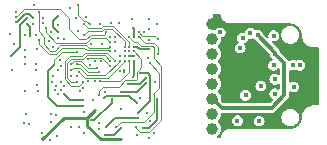
<source format=gbr>
%TF.GenerationSoftware,KiCad,Pcbnew,8.0.7*%
%TF.CreationDate,2025-01-03T20:06:20-08:00*%
%TF.ProjectId,Miniscope-v4-Wire-Free,4d696e69-7363-46f7-9065-2d76342d5769,rev?*%
%TF.SameCoordinates,Original*%
%TF.FileFunction,Copper,L5,Inr*%
%TF.FilePolarity,Positive*%
%FSLAX46Y46*%
G04 Gerber Fmt 4.6, Leading zero omitted, Abs format (unit mm)*
G04 Created by KiCad (PCBNEW 8.0.7) date 2025-01-03 20:06:20*
%MOMM*%
%LPD*%
G01*
G04 APERTURE LIST*
%TA.AperFunction,ComponentPad*%
%ADD10C,1.000000*%
%TD*%
%TA.AperFunction,ViaPad*%
%ADD11C,0.304800*%
%TD*%
%TA.AperFunction,ViaPad*%
%ADD12C,0.254000*%
%TD*%
%TA.AperFunction,ViaPad*%
%ADD13C,0.400000*%
%TD*%
%TA.AperFunction,Conductor*%
%ADD14C,0.152400*%
%TD*%
%TA.AperFunction,Conductor*%
%ADD15C,0.101600*%
%TD*%
%TA.AperFunction,Conductor*%
%ADD16C,0.304800*%
%TD*%
%TA.AperFunction,Conductor*%
%ADD17C,0.254000*%
%TD*%
G04 APERTURE END LIST*
D10*
%TO.N,+3V3*%
%TO.C,J21*%
X97000000Y-60055000D03*
%TD*%
%TO.N,/I2C_BB_SCL*%
%TO.C,J22*%
X97000000Y-61325000D03*
%TD*%
%TO.N,/IR_REC*%
%TO.C,J24*%
X97000000Y-63865000D03*
%TD*%
%TO.N,/I_LED*%
%TO.C,J25*%
X97000000Y-65135000D03*
%TD*%
%TO.N,+1V8*%
%TO.C,J26*%
X97000000Y-66405000D03*
%TD*%
%TO.N,/nON*%
%TO.C,J27*%
X97000000Y-67675000D03*
%TD*%
%TO.N,/I2C_BB_SDA*%
%TO.C,J23*%
X97000000Y-62595000D03*
%TD*%
%TO.N,GND*%
%TO.C,J12*%
X97000000Y-68945000D03*
%TD*%
D11*
%TO.N,Net-(U1-FB1)*%
X87808100Y-66367500D03*
D12*
X90601400Y-66808300D03*
D11*
%TO.N,Net-(U1-FB2)*%
X90857000Y-66367500D03*
%TO.N,Net-(D2-K)*%
X82191800Y-65254200D03*
D12*
X84960400Y-58701000D03*
X84960400Y-58701000D03*
D11*
%TO.N,Net-(U1-SW1)*%
X87945402Y-69462600D03*
D12*
X89280600Y-68903800D03*
D11*
%TO.N,Net-(U1-SW2)*%
X90614100Y-69513400D03*
%TO.N,Net-(U6B-VSW)*%
X91615200Y-61410790D03*
D12*
%TO.N,Net-(Q2-B)*%
X86630160Y-60112368D03*
X85620800Y-58472400D03*
D11*
%TO.N,Net-(U1-PROG)*%
X87449600Y-68480000D03*
D12*
%TO.N,Net-(U1-HPWR)*%
X88491000Y-66473400D03*
X86738400Y-68213300D03*
D11*
%TO.N,GND*%
X81051000Y-68497400D03*
X83349700Y-68357700D03*
X85474133Y-59612893D03*
X81114500Y-65779600D03*
X92060200Y-69335600D03*
D13*
X99140000Y-68270000D03*
X102200000Y-63590000D03*
D11*
X83957611Y-64010396D03*
D13*
X103820000Y-63550000D03*
X100980000Y-68300000D03*
D11*
X83210000Y-61537800D03*
D13*
X102210000Y-61070000D03*
X99819400Y-66125600D03*
D11*
X81571700Y-61131400D03*
X83556203Y-64504598D03*
X86446800Y-64941400D03*
X83932200Y-66033600D03*
D13*
X99370000Y-62120000D03*
X104410000Y-63580000D03*
D11*
X86131000Y-67544900D03*
X82625800Y-69275800D03*
X85032200Y-68810200D03*
X82090200Y-63476200D03*
X91615200Y-69707000D03*
X83946500Y-60170600D03*
X88417000Y-59963000D03*
X83819600Y-69551500D03*
X81889200Y-58464400D03*
X85722400Y-68835600D03*
X81127200Y-62274400D03*
X89318700Y-67316300D03*
X90282200Y-64535000D03*
X82079700Y-63988900D03*
D12*
X89982200Y-62398200D03*
X88782200Y-62398200D03*
X81317700Y-60077300D03*
X89982200Y-62398200D03*
X88782200Y-62398200D03*
X90382200Y-63198200D03*
D11*
%TO.N,/SD_DAT2*%
X79844500Y-60890100D03*
%TO.N,/SD_DAT3*%
X80187400Y-61741000D03*
%TO.N,/SD_DAT0*%
X82067000Y-61017100D03*
%TO.N,/SD_CMD*%
X79971500Y-62769700D03*
D12*
X81305000Y-59569300D03*
D11*
%TO.N,/SD_CLK*%
X81130607Y-61000993D03*
%TO.N,/SD_DAT1*%
X80352500Y-59937600D03*
D12*
X81813000Y-59582000D03*
D11*
%TO.N,/USB_VBUS*%
X86933200Y-66502800D03*
%TO.N,/SWCLK*%
X86154200Y-60123400D03*
D12*
X89982200Y-61998200D03*
D11*
%TO.N,/SWDIO*%
X86116600Y-61029800D03*
D12*
X89582200Y-61998200D03*
D11*
%TO.N,+1V8*%
X91676198Y-62223610D03*
D13*
X100860800Y-61045600D03*
D11*
X81508200Y-68522800D03*
X81114500Y-63447200D03*
X82706100Y-60017900D03*
X91676174Y-59683600D03*
X84465600Y-66006475D03*
X84160800Y-63595200D03*
X88021597Y-68785053D03*
X82143200Y-62210900D03*
X91145275Y-68904400D03*
D13*
X102350000Y-62640000D03*
D11*
X85664425Y-60683005D03*
X87920000Y-65805000D03*
D12*
X86726200Y-61766400D03*
X89182200Y-62798200D03*
X90383800Y-62798200D03*
X86054800Y-66490800D03*
X92330200Y-66405000D03*
X89182200Y-62798200D03*
X86726200Y-61766400D03*
X90730600Y-68021100D03*
X90382200Y-61998200D03*
X89982200Y-62798200D03*
D11*
%TO.N,/SPI1_MOSI*%
X83451300Y-64966800D03*
D12*
X88782200Y-61198200D03*
X88782200Y-61198200D03*
D11*
%TO.N,/SPI1_MISO*%
X83787717Y-65298375D03*
D12*
X88382200Y-61198200D03*
X88382200Y-61198200D03*
%TO.N,/SPI1_SCK*%
X88782200Y-61598200D03*
X85787754Y-65731537D03*
X88782200Y-61598200D03*
X85787754Y-65731537D03*
%TO.N,/SPI1_NSS*%
X87640600Y-61791800D03*
X86052254Y-65490537D03*
X87640600Y-61791800D03*
D11*
%TO.N,/SDMMC1_D0*%
X82884880Y-60430360D03*
D12*
X88382200Y-61598200D03*
D11*
%TO.N,/SDMMC1_D1*%
X83982160Y-61273640D03*
X82675813Y-59581213D03*
%TO.N,/SDMMC1_D3*%
X80365202Y-59074000D03*
X84454600Y-61359968D03*
%TO.N,/SDMMC1_CMD*%
X80377900Y-59505800D03*
D12*
X87982200Y-60798200D03*
%TO.N,/SDMMC1_D2*%
X82309000Y-59073300D03*
X88382200Y-61998200D03*
D11*
%TO.N,/SDMMC1_CK*%
X82346400Y-61461600D03*
D12*
X88382200Y-62398200D03*
D11*
%TO.N,+3V3*%
X83946500Y-60720600D03*
X81216100Y-67684600D03*
D13*
X99133600Y-65490600D03*
D11*
X80035000Y-63950800D03*
X81114500Y-62833200D03*
X91424700Y-64644610D03*
X83792000Y-67802000D03*
X82259295Y-65741708D03*
X83311500Y-60720600D03*
D13*
X98930400Y-61020200D03*
D11*
X83652687Y-65681699D03*
D12*
X81813000Y-60077300D03*
X83946600Y-59416900D03*
X83551200Y-61995000D03*
X92365000Y-60039200D03*
D11*
X83300000Y-69880000D03*
D12*
X83946600Y-59416900D03*
X89901200Y-65144600D03*
X83551200Y-61995000D03*
X92365000Y-60039200D03*
X81813000Y-60077300D03*
D13*
%TO.N,/EWL_1*%
X102300000Y-65990000D03*
%TO.N,/EWL_2*%
X102299996Y-64770000D03*
D11*
%TO.N,/LED_PWM*%
X91245317Y-60771100D03*
%TO.N,VDC*%
X89307600Y-69800400D03*
X82625800Y-69830900D03*
X87043200Y-67349700D03*
%TO.N,/ENT*%
X90290855Y-60437692D03*
D12*
X90380880Y-61198200D03*
D11*
%TO.N,/VDD_PIX*%
X85546000Y-64489600D03*
X83627400Y-63519002D03*
D12*
X85546800Y-62490300D03*
X86046000Y-66989600D03*
D11*
%TO.N,/VDDA*%
X89129800Y-60025800D03*
%TO.N,/RESET_N*%
X84480000Y-65346075D03*
X86614267Y-63531700D03*
%TO.N,/TRIGGER0*%
X84165513Y-65676275D03*
X87550000Y-63250000D03*
%TO.N,/MONITOR0*%
X83330000Y-67690000D03*
D12*
X87475000Y-60072600D03*
X87475000Y-60072600D03*
D11*
%TO.N,/BAT+*%
X86125873Y-69346527D03*
D13*
%TO.N,/IR_REC*%
X101110000Y-65340000D03*
D11*
%TO.N,/XIN32*%
X91628400Y-60466300D03*
%TO.N,/XOUT32*%
X90167400Y-59640800D03*
%TO.N,/VDDCORE*%
X91589800Y-62993600D03*
%TO.N,/nRESET*%
X87437400Y-66084400D03*
D12*
X90382200Y-62398200D03*
D11*
%TO.N,/CLK1_OUT*%
X84150000Y-63150000D03*
X87058100Y-63224392D03*
D12*
%TO.N,/PCC_DEN2*%
X88382200Y-63198200D03*
X85546800Y-64992200D03*
%TO.N,/PCC_DATA0*%
X88382200Y-63598200D03*
X86471360Y-63041480D03*
%TO.N,/PCC_DEN1*%
X88782200Y-63198200D03*
X86046000Y-64989600D03*
%TO.N,/PCC_DATA1*%
X87250000Y-63836500D03*
X85046000Y-63489600D03*
%TO.N,/PCC_DATA3*%
X85045999Y-63988900D03*
X89182200Y-63198200D03*
%TO.N,/PCC_DATA2*%
X87423389Y-64153977D03*
X85546800Y-63493600D03*
%TO.N,/PCC_DATA5*%
X89153600Y-64042800D03*
X89582200Y-62798200D03*
X89153600Y-64042800D03*
X89582200Y-62798200D03*
%TO.N,/PCC_DATA4*%
X89582200Y-63198200D03*
X85724600Y-64141300D03*
D11*
%TO.N,/ADC0*%
X90536200Y-68776800D03*
D12*
X89982200Y-61198200D03*
D11*
%TO.N,/PCC_DATA7*%
X84175200Y-65002360D03*
D12*
X87462800Y-64921080D03*
X89982200Y-63198200D03*
%TO.N,/PCC_DATA6*%
X85048960Y-64494360D03*
X87056400Y-64916000D03*
X87056400Y-64916000D03*
X85048960Y-64494360D03*
D13*
%TO.N,/I2C_BB_SDA*%
X100238009Y-60867800D03*
D12*
X90782200Y-61198200D03*
X92381000Y-62595000D03*
D13*
%TO.N,/I2C_BB_SCL*%
X99565419Y-61285419D03*
D12*
X92402600Y-61317200D03*
X90782200Y-60798200D03*
D13*
%TO.N,/I_LED*%
X103900000Y-65410000D03*
D11*
X92123196Y-65025600D03*
%TO.N,/UART_RX*%
X91704600Y-68319600D03*
D12*
X89557454Y-64106237D03*
X89547946Y-64013589D03*
D11*
%TO.N,/UART_TX*%
X91441871Y-67629458D03*
D12*
X89582200Y-62398200D03*
X89582200Y-62398200D03*
D11*
%TO.N,/SD_DET*%
X86281200Y-59488402D03*
D12*
%TO.N,/PUSH_BUT_MCU*%
X89280600Y-65863790D03*
X91424700Y-65093500D03*
D13*
%TO.N,/nON*%
X97700000Y-60740000D03*
D12*
%TO.N,/3V3_EN*%
X90730600Y-67621100D03*
X90917200Y-64255600D03*
D11*
%TO.N,/nCHRG*%
X88872000Y-68810200D03*
X87398800Y-68962600D03*
D12*
X91692116Y-63424684D03*
%TD*%
D14*
%TO.N,Net-(U1-FB1)*%
X90601400Y-66808300D02*
X90601400Y-66782900D01*
X88007000Y-66168600D02*
X87808100Y-66367500D01*
X90601400Y-66782900D02*
X89987100Y-66168600D01*
X89987100Y-66168600D02*
X88007000Y-66168600D01*
%TO.N,Net-(U1-SW1)*%
X89280600Y-68903800D02*
X88721800Y-69462600D01*
X88721800Y-69462600D02*
X87945402Y-69462600D01*
D15*
%TO.N,Net-(Q2-B)*%
X86160291Y-59818599D02*
X86336391Y-59818599D01*
X85620800Y-58472400D02*
X85620800Y-59279108D01*
X86336391Y-59818599D02*
X86630160Y-60112368D01*
X85620800Y-59279108D02*
X86160291Y-59818599D01*
D14*
%TO.N,Net-(U1-HPWR)*%
X86743100Y-68218000D02*
X86738400Y-68213300D01*
X87031000Y-68218000D02*
X86743100Y-68218000D01*
X88491000Y-66473400D02*
X88491000Y-66758000D01*
X88491000Y-66758000D02*
X87031000Y-68218000D01*
%TO.N,GND*%
X90382200Y-63198200D02*
X90382200Y-64435000D01*
X81317700Y-60077300D02*
X81571700Y-60331300D01*
X81571700Y-60331300D02*
X81571700Y-61131400D01*
X90382200Y-64435000D02*
X90282200Y-64535000D01*
%TO.N,/SD_CMD*%
X79971500Y-62755300D02*
X79971500Y-62769700D01*
X80708100Y-62018700D02*
X79971500Y-62755300D01*
X81305000Y-59569300D02*
X80708100Y-60166200D01*
X80708100Y-60166200D02*
X80708100Y-62018700D01*
%TO.N,/SD_DAT1*%
X80485594Y-59937600D02*
X80352500Y-59937600D01*
X81495499Y-59264499D02*
X81158695Y-59264499D01*
X81158695Y-59264499D02*
X80485594Y-59937600D01*
X81813000Y-59582000D02*
X81495499Y-59264499D01*
D15*
%TO.N,/SWCLK*%
X87767600Y-60267800D02*
X87615200Y-60420200D01*
X86451000Y-60420200D02*
X86154200Y-60123400D01*
X87615200Y-60420200D02*
X86451000Y-60420200D01*
X89982200Y-61998200D02*
X89982200Y-61644200D01*
X89982200Y-61644200D02*
X88605800Y-60267800D01*
X88605800Y-60267800D02*
X87767600Y-60267800D01*
%TO.N,/SWDIO*%
X89582200Y-61554143D02*
X88524457Y-60496400D01*
X89582200Y-61998200D02*
X89582200Y-61554143D01*
X87843800Y-60496400D02*
X87640600Y-60699600D01*
X88524457Y-60496400D02*
X87843800Y-60496400D01*
X87640600Y-60699600D02*
X86472200Y-60699600D01*
X86142000Y-61029800D02*
X86116600Y-61029800D01*
X86472200Y-60699600D02*
X86142000Y-61029800D01*
D16*
%TO.N,+1V8*%
X102350000Y-62534800D02*
X102350000Y-62640000D01*
X100860800Y-61045600D02*
X102350000Y-62534800D01*
D14*
X90843512Y-62223610D02*
X91676198Y-62223610D01*
D16*
X97795000Y-67200000D02*
X97279010Y-66684010D01*
X103120000Y-66100000D02*
X102020000Y-67200000D01*
D14*
X86054800Y-66490800D02*
X84949925Y-66490800D01*
D16*
X102350000Y-62640000D02*
X103120000Y-63410000D01*
D14*
X90618102Y-61998200D02*
X90843512Y-62223610D01*
X92330200Y-66405000D02*
X92330200Y-68182698D01*
D16*
X103120000Y-63410000D02*
X103120000Y-66100000D01*
D14*
X88785550Y-68021100D02*
X88021597Y-68785053D01*
X92330200Y-68182698D02*
X91608498Y-68904400D01*
X84949925Y-66490800D02*
X84465600Y-66006475D01*
X90383800Y-62798200D02*
X89982200Y-62798200D01*
X90382200Y-61998200D02*
X90618102Y-61998200D01*
D16*
X102020000Y-67200000D02*
X97795000Y-67200000D01*
D14*
X91608498Y-68904400D02*
X91145275Y-68904400D01*
X90730600Y-68021100D02*
X88785550Y-68021100D01*
D16*
X97279010Y-66684010D02*
X97279010Y-66405000D01*
D15*
%TO.N,/SDMMC1_D0*%
X88042400Y-61258400D02*
X86751600Y-61258400D01*
X88382200Y-61598200D02*
X88042400Y-61258400D01*
X82884880Y-60757646D02*
X82884880Y-60430360D01*
X83792012Y-61664778D02*
X82884880Y-60757646D01*
X86345222Y-61664778D02*
X83792012Y-61664778D01*
X86751600Y-61258400D02*
X86345222Y-61664778D01*
X88382200Y-61598200D02*
X88377578Y-61593578D01*
%TO.N,/SDMMC1_CMD*%
X84897400Y-60521800D02*
X85761000Y-61385400D01*
X84897400Y-59556600D02*
X84897400Y-60521800D01*
X86700800Y-60979000D02*
X87801400Y-60979000D01*
X86294400Y-61385400D02*
X86700800Y-60979000D01*
X85761000Y-61385400D02*
X86294400Y-61385400D01*
X87801400Y-60979000D02*
X87982200Y-60798200D01*
X80377900Y-59505800D02*
X81089801Y-58793899D01*
X81089801Y-58793899D02*
X84134699Y-58793899D01*
X84134699Y-58793899D02*
X84897400Y-59556600D01*
%TO.N,/SDMMC1_D2*%
X86545839Y-62106739D02*
X88273661Y-62106739D01*
X82778200Y-61806200D02*
X83297200Y-62325200D01*
X82309000Y-60702840D02*
X82778200Y-61172040D01*
X82309000Y-59073300D02*
X82309000Y-60702840D01*
X88273661Y-62106739D02*
X88382200Y-61998200D01*
X83297200Y-62325200D02*
X83678200Y-62325200D01*
X82778200Y-61172040D02*
X82778200Y-61806200D01*
X86307089Y-61867989D02*
X86545839Y-62106739D01*
X83678200Y-62325200D02*
X84135411Y-61867989D01*
X84135411Y-61867989D02*
X86307089Y-61867989D01*
%TO.N,/SDMMC1_CK*%
X86167400Y-62071200D02*
X86406150Y-62309950D01*
X84287800Y-62071200D02*
X86167400Y-62071200D01*
X83779800Y-62579200D02*
X84287800Y-62071200D01*
X86406150Y-62309950D02*
X88181332Y-62309950D01*
X88269582Y-62398200D02*
X88382200Y-62398200D01*
X82346400Y-61780800D02*
X83144800Y-62579200D01*
X83144800Y-62579200D02*
X83779800Y-62579200D01*
X82346400Y-61461600D02*
X82346400Y-61780800D01*
X88181332Y-62309950D02*
X88269582Y-62398200D01*
D14*
%TO.N,+3V3*%
X97902200Y-60344000D02*
X97289000Y-60344000D01*
X91366390Y-64644610D02*
X91424700Y-64644610D01*
X83525800Y-59837700D02*
X83946600Y-59416900D01*
X83946500Y-60720600D02*
X83525800Y-60299900D01*
X98930400Y-61020200D02*
X98578400Y-61020200D01*
X89901200Y-65144600D02*
X90866400Y-65144600D01*
X90866400Y-65144600D02*
X91366390Y-64644610D01*
X83525800Y-60299900D02*
X83525800Y-59837700D01*
X98578400Y-61020200D02*
X97902200Y-60344000D01*
X97289000Y-60344000D02*
X97202810Y-60257810D01*
X97202810Y-60257810D02*
X97202810Y-60055000D01*
D17*
%TO.N,VDC*%
X87043200Y-67349700D02*
X86382799Y-68010101D01*
X86382799Y-68010101D02*
X86382799Y-68688281D01*
X87546119Y-69851601D02*
X89256399Y-69851601D01*
X84446599Y-68010101D02*
X86382799Y-68010101D01*
X86382799Y-68688281D02*
X87546119Y-69851601D01*
X82625800Y-69830900D02*
X84446599Y-68010101D01*
X89256399Y-69851601D02*
X89307600Y-69800400D01*
D14*
%TO.N,/ENT*%
X90380880Y-61198200D02*
X90380880Y-60527717D01*
X90380880Y-60527717D02*
X90290855Y-60437692D01*
D15*
%TO.N,/VDD_PIX*%
X84249700Y-62490300D02*
X83627400Y-63112600D01*
X85546800Y-62490300D02*
X84249700Y-62490300D01*
D14*
X83872200Y-66989600D02*
X83121099Y-66238499D01*
X83121099Y-66238499D02*
X83121099Y-64025303D01*
D15*
X83627400Y-63112600D02*
X83627400Y-63519002D01*
D14*
X86046000Y-66989600D02*
X83872200Y-66989600D01*
X83121099Y-64025303D02*
X83627400Y-63519002D01*
D15*
%TO.N,/nRESET*%
X91005600Y-63021600D02*
X91005600Y-63760800D01*
X90382200Y-62398200D02*
X91005600Y-63021600D01*
X90536200Y-64839800D02*
X89647200Y-64839800D01*
X91005600Y-63760800D02*
X90794901Y-63971499D01*
X89647200Y-64839800D02*
X89067700Y-65419300D01*
X90637800Y-64738200D02*
X90536200Y-64839800D01*
X87437400Y-65728800D02*
X87437400Y-66084400D01*
X89067700Y-65419300D02*
X87746900Y-65419300D01*
X87746900Y-65419300D02*
X87437400Y-65728800D01*
X90787787Y-63971499D02*
X90637800Y-64121486D01*
X90794901Y-63971499D02*
X90787787Y-63971499D01*
X90637800Y-64121486D02*
X90637800Y-64738200D01*
%TO.N,/PCC_DEN2*%
X86091211Y-63010989D02*
X85075211Y-63010989D01*
X86385829Y-62716371D02*
X86091211Y-63010989D01*
X85075211Y-63010989D02*
X84745000Y-63341200D01*
X88382200Y-63198200D02*
X87900371Y-62716371D01*
X84745000Y-63341200D02*
X84745000Y-64687400D01*
X84745000Y-64687400D02*
X85049800Y-64992200D01*
X85049800Y-64992200D02*
X85546800Y-64992200D01*
X87900371Y-62716371D02*
X86385829Y-62716371D01*
%TO.N,/PCC_DATA0*%
X88382200Y-63598200D02*
X87703582Y-62919582D01*
X87703582Y-62919582D02*
X86593258Y-62919582D01*
X86593258Y-62919582D02*
X86471360Y-63041480D01*
%TO.N,/PCC_DEN1*%
X85710200Y-65322400D02*
X86043000Y-64989600D01*
X85964222Y-62807778D02*
X84948222Y-62807778D01*
X85074780Y-65322400D02*
X85710200Y-65322400D01*
X86043000Y-64989600D02*
X86046000Y-64989600D01*
X88782200Y-63198200D02*
X88097160Y-62513160D01*
X84948222Y-62807778D02*
X84530800Y-63225200D01*
X84530800Y-63225200D02*
X84530800Y-64778420D01*
X84530800Y-64778420D02*
X85074780Y-65322400D01*
X86258840Y-62513160D02*
X85964222Y-62807778D01*
X88097160Y-62513160D02*
X86258840Y-62513160D01*
%TO.N,/PCC_DATA1*%
X86486500Y-63836500D02*
X87250000Y-63836500D01*
X85046000Y-63489600D02*
X85321401Y-63214199D01*
X85321401Y-63214199D02*
X85864199Y-63214199D01*
X85864199Y-63214199D02*
X86486500Y-63836500D01*
%TO.N,/PCC_DATA3*%
X86433387Y-64433387D02*
X87947013Y-64433387D01*
X85823800Y-63823800D02*
X86433387Y-64433387D01*
X85211099Y-63823800D02*
X85823800Y-63823800D01*
X87947013Y-64433387D02*
X89182200Y-63198200D01*
X85045999Y-63988900D02*
X85211099Y-63823800D01*
%TO.N,/PCC_DATA2*%
X85546800Y-63493600D02*
X85793600Y-63493600D01*
X85793600Y-63493600D02*
X86453977Y-64153977D01*
X86453977Y-64153977D02*
X87423389Y-64153977D01*
%TO.N,/PCC_DATA4*%
X86219898Y-64636598D02*
X88143802Y-64636598D01*
X88143802Y-64636598D02*
X89582200Y-63198200D01*
X85724600Y-64141300D02*
X86219898Y-64636598D01*
%TO.N,/ADC0*%
X92034800Y-62987494D02*
X92682000Y-63634694D01*
X92682000Y-63634694D02*
X92682000Y-68231200D01*
X90536200Y-68878400D02*
X90536200Y-68776800D01*
X90661306Y-61614000D02*
X90966116Y-61918810D01*
X92682000Y-68231200D02*
X91653800Y-69259400D01*
X90966116Y-61918810D02*
X91925228Y-61918810D01*
X89982200Y-61198200D02*
X90398000Y-61614000D01*
X92034800Y-62028382D02*
X92034800Y-62987494D01*
X91925228Y-61918810D02*
X92034800Y-62028382D01*
X90398000Y-61614000D02*
X90661306Y-61614000D01*
X91653800Y-69259400D02*
X90917200Y-69259400D01*
X90917200Y-69259400D02*
X90536200Y-68878400D01*
%TO.N,/PCC_DATA7*%
X89982200Y-63198200D02*
X89982200Y-64149200D01*
X89982200Y-64149200D02*
X89210320Y-64921080D01*
X89210320Y-64921080D02*
X87462800Y-64921080D01*
%TO.N,/I2C_BB_SDA*%
X92381000Y-62011000D02*
X92085600Y-61715600D01*
X91299600Y-61715600D02*
X90782200Y-61198200D01*
X92085600Y-61715600D02*
X91299600Y-61715600D01*
X92381000Y-62595000D02*
X92381000Y-62011000D01*
X90857000Y-61198200D02*
X90782200Y-61198200D01*
%TO.N,/I2C_BB_SCL*%
X92161301Y-61075901D02*
X91059901Y-61075901D01*
X92402600Y-61317200D02*
X92161301Y-61075901D01*
X91059901Y-61075901D02*
X90782200Y-60798200D01*
D14*
%TO.N,/PUSH_BUT_MCU*%
X90654410Y-65863790D02*
X91424700Y-65093500D01*
X89280600Y-65863790D02*
X90654410Y-65863790D01*
%TO.N,/3V3_EN*%
X90730600Y-67621100D02*
X91767599Y-66584101D01*
X91767599Y-66584101D02*
X91767599Y-64450501D01*
X91767599Y-64450501D02*
X91572698Y-64255600D01*
X91572698Y-64255600D02*
X90917200Y-64255600D01*
D15*
%TO.N,/nCHRG*%
X92466600Y-64199168D02*
X92466600Y-65500200D01*
X91192222Y-68380872D02*
X89301328Y-68380872D01*
X91692116Y-63424684D02*
X92466600Y-64199168D01*
X89301328Y-68380872D02*
X88872000Y-68810200D01*
X92034800Y-65932000D02*
X92034800Y-67538294D01*
X92466600Y-65500200D02*
X92034800Y-65932000D01*
X92034800Y-67538294D02*
X91192222Y-68380872D01*
%TD*%
%TA.AperFunction,Conductor*%
%TO.N,+3V3*%
G36*
X97701002Y-59293093D02*
G01*
X97726419Y-59336029D01*
X97737422Y-59391343D01*
X97754302Y-59476205D01*
X97812761Y-59617337D01*
X97897630Y-59744352D01*
X97897632Y-59744354D01*
X97897634Y-59744357D01*
X98005642Y-59852365D01*
X98005645Y-59852367D01*
X98005648Y-59852370D01*
X98132663Y-59937239D01*
X98273795Y-59995698D01*
X98386163Y-60018049D01*
X98423619Y-60025500D01*
X98423620Y-60025500D01*
X98489438Y-60025500D01*
X103591715Y-60025500D01*
X103596715Y-60025500D01*
X103603268Y-60025785D01*
X103762668Y-60039731D01*
X103775569Y-60042006D01*
X103926957Y-60082570D01*
X103939255Y-60087047D01*
X104081290Y-60153279D01*
X104092635Y-60159828D01*
X104220699Y-60249500D01*
X104221009Y-60249717D01*
X104231050Y-60258143D01*
X104341856Y-60368949D01*
X104350282Y-60378990D01*
X104429240Y-60491754D01*
X104440168Y-60507360D01*
X104446722Y-60518712D01*
X104448060Y-60521581D01*
X104505380Y-60644506D01*
X104512948Y-60660734D01*
X104517431Y-60673049D01*
X104524272Y-60698579D01*
X104557992Y-60824426D01*
X104560268Y-60837335D01*
X104574214Y-60996731D01*
X104574500Y-61003285D01*
X104574500Y-61089724D01*
X104605659Y-61266433D01*
X104667032Y-61435053D01*
X104692071Y-61478421D01*
X104756751Y-61590449D01*
X104796174Y-61637432D01*
X104872091Y-61727908D01*
X104894261Y-61746510D01*
X105009551Y-61843249D01*
X105135091Y-61915730D01*
X105164946Y-61932967D01*
X105164947Y-61932967D01*
X105164950Y-61932969D01*
X105238380Y-61959695D01*
X105333566Y-61994340D01*
X105373469Y-62001376D01*
X105510275Y-62025499D01*
X105510276Y-62025500D01*
X105924800Y-62025500D01*
X105973138Y-62043093D01*
X105998858Y-62087642D01*
X106000000Y-62100700D01*
X106000000Y-66899300D01*
X105982407Y-66947638D01*
X105937858Y-66973358D01*
X105924800Y-66974500D01*
X105510276Y-66974500D01*
X105333566Y-67005659D01*
X105164946Y-67067032D01*
X105047468Y-67134859D01*
X105009551Y-67156751D01*
X105009550Y-67156752D01*
X104872091Y-67272091D01*
X104756752Y-67409550D01*
X104667032Y-67564946D01*
X104605659Y-67733566D01*
X104574500Y-67910275D01*
X104574500Y-67996714D01*
X104574214Y-68003268D01*
X104560268Y-68162664D01*
X104557992Y-68175573D01*
X104517432Y-68326947D01*
X104512948Y-68339265D01*
X104446722Y-68481287D01*
X104440168Y-68492639D01*
X104350282Y-68621009D01*
X104341856Y-68631050D01*
X104231050Y-68741856D01*
X104221009Y-68750282D01*
X104092639Y-68840168D01*
X104081287Y-68846722D01*
X103939265Y-68912948D01*
X103926947Y-68917432D01*
X103775573Y-68957992D01*
X103762664Y-68960268D01*
X103603269Y-68974214D01*
X103596715Y-68974500D01*
X98423619Y-68974500D01*
X98273798Y-69004301D01*
X98273795Y-69004302D01*
X98132664Y-69062760D01*
X98005645Y-69147632D01*
X98005642Y-69147634D01*
X97897634Y-69255642D01*
X97897632Y-69255645D01*
X97812760Y-69382664D01*
X97754302Y-69523795D01*
X97754301Y-69523798D01*
X97726419Y-69663971D01*
X97699733Y-69707948D01*
X97652664Y-69724500D01*
X97438606Y-69724500D01*
X97390268Y-69706907D01*
X97364548Y-69662358D01*
X97373481Y-69611700D01*
X97398597Y-69585626D01*
X97409952Y-69578490D01*
X97473400Y-69538624D01*
X97593624Y-69418400D01*
X97684082Y-69274437D01*
X97740237Y-69113954D01*
X97759274Y-68945000D01*
X97740237Y-68776046D01*
X97684082Y-68615563D01*
X97663587Y-68582946D01*
X97606844Y-68492639D01*
X97593624Y-68471600D01*
X97593623Y-68471599D01*
X97593622Y-68471597D01*
X97485199Y-68363174D01*
X97463459Y-68316554D01*
X97475933Y-68270000D01*
X98680826Y-68270000D01*
X98699426Y-68399364D01*
X98699426Y-68399365D01*
X98699427Y-68399367D01*
X98699427Y-68399369D01*
X98753716Y-68518245D01*
X98753720Y-68518252D01*
X98804599Y-68576968D01*
X98839305Y-68617021D01*
X98949252Y-68687679D01*
X99074653Y-68724500D01*
X99074656Y-68724500D01*
X99205344Y-68724500D01*
X99205347Y-68724500D01*
X99330748Y-68687679D01*
X99440695Y-68617021D01*
X99526282Y-68518248D01*
X99580574Y-68399364D01*
X99594861Y-68300000D01*
X100520826Y-68300000D01*
X100539426Y-68429364D01*
X100539426Y-68429365D01*
X100539427Y-68429367D01*
X100539427Y-68429369D01*
X100593716Y-68548245D01*
X100593720Y-68548252D01*
X100623788Y-68582951D01*
X100679305Y-68647021D01*
X100789252Y-68717679D01*
X100914653Y-68754500D01*
X100914656Y-68754500D01*
X101045344Y-68754500D01*
X101045347Y-68754500D01*
X101170748Y-68717679D01*
X101280695Y-68647021D01*
X101366282Y-68548248D01*
X101401287Y-68471597D01*
X101420572Y-68429369D01*
X101420572Y-68429368D01*
X101420574Y-68429364D01*
X101439174Y-68300000D01*
X101420574Y-68170636D01*
X101420572Y-68170631D01*
X101420572Y-68170630D01*
X101366283Y-68051754D01*
X101366279Y-68051747D01*
X101314260Y-67991715D01*
X101280695Y-67952979D01*
X101238839Y-67926080D01*
X102849500Y-67926080D01*
X102849500Y-68073919D01*
X102868737Y-68170630D01*
X102878342Y-68218913D01*
X102934916Y-68355495D01*
X103017049Y-68478416D01*
X103017051Y-68478418D01*
X103017053Y-68478421D01*
X103121578Y-68582946D01*
X103121581Y-68582948D01*
X103121584Y-68582951D01*
X103244505Y-68665084D01*
X103381087Y-68721658D01*
X103468084Y-68738963D01*
X103526080Y-68750500D01*
X103526082Y-68750500D01*
X103673920Y-68750500D01*
X103722249Y-68740886D01*
X103818913Y-68721658D01*
X103955495Y-68665084D01*
X104078416Y-68582951D01*
X104182951Y-68478416D01*
X104265084Y-68355495D01*
X104321658Y-68218913D01*
X104350500Y-68073918D01*
X104350500Y-67926082D01*
X104321658Y-67781087D01*
X104265084Y-67644505D01*
X104182951Y-67521584D01*
X104182948Y-67521581D01*
X104182946Y-67521578D01*
X104078421Y-67417053D01*
X104078418Y-67417051D01*
X104078416Y-67417049D01*
X103955495Y-67334916D01*
X103818913Y-67278342D01*
X103818910Y-67278341D01*
X103818909Y-67278341D01*
X103673920Y-67249500D01*
X103673918Y-67249500D01*
X103526082Y-67249500D01*
X103526080Y-67249500D01*
X103381090Y-67278341D01*
X103381087Y-67278342D01*
X103244506Y-67334915D01*
X103121581Y-67417051D01*
X103121578Y-67417053D01*
X103017053Y-67521578D01*
X103017051Y-67521581D01*
X102934915Y-67644506D01*
X102878342Y-67781087D01*
X102878341Y-67781090D01*
X102849500Y-67926080D01*
X101238839Y-67926080D01*
X101170748Y-67882321D01*
X101170746Y-67882320D01*
X101170744Y-67882319D01*
X101045349Y-67845500D01*
X101045347Y-67845500D01*
X100914653Y-67845500D01*
X100914650Y-67845500D01*
X100789255Y-67882319D01*
X100679306Y-67952978D01*
X100593720Y-68051747D01*
X100593716Y-68051754D01*
X100539427Y-68170630D01*
X100539427Y-68170632D01*
X100539426Y-68170634D01*
X100539426Y-68170636D01*
X100520826Y-68300000D01*
X99594861Y-68300000D01*
X99599174Y-68270000D01*
X99580574Y-68140636D01*
X99580572Y-68140631D01*
X99580572Y-68140630D01*
X99526283Y-68021754D01*
X99526279Y-68021747D01*
X99466689Y-67952978D01*
X99440695Y-67922979D01*
X99330748Y-67852321D01*
X99330746Y-67852320D01*
X99330744Y-67852319D01*
X99205349Y-67815500D01*
X99205347Y-67815500D01*
X99074653Y-67815500D01*
X99074650Y-67815500D01*
X98949255Y-67852319D01*
X98839306Y-67922978D01*
X98753720Y-68021747D01*
X98753716Y-68021754D01*
X98699427Y-68140630D01*
X98699427Y-68140632D01*
X98699426Y-68140634D01*
X98699426Y-68140636D01*
X98680826Y-68270000D01*
X97475933Y-68270000D01*
X97476773Y-68266867D01*
X97485199Y-68256826D01*
X97593622Y-68148402D01*
X97593624Y-68148400D01*
X97684082Y-68004437D01*
X97740237Y-67843954D01*
X97759274Y-67675000D01*
X97759423Y-67673680D01*
X97782318Y-67627616D01*
X97829466Y-67607046D01*
X97834150Y-67606900D01*
X102073568Y-67606900D01*
X102073570Y-67606900D01*
X102177058Y-67579170D01*
X102269843Y-67525601D01*
X103445601Y-66349843D01*
X103499170Y-66257058D01*
X103526900Y-66153570D01*
X103526900Y-66046430D01*
X103526900Y-65848207D01*
X103544493Y-65799869D01*
X103589042Y-65774149D01*
X103639700Y-65783082D01*
X103642755Y-65784944D01*
X103709252Y-65827679D01*
X103834653Y-65864500D01*
X103834656Y-65864500D01*
X103965344Y-65864500D01*
X103965347Y-65864500D01*
X104090748Y-65827679D01*
X104200695Y-65757021D01*
X104286282Y-65658248D01*
X104340574Y-65539364D01*
X104359174Y-65410000D01*
X104340574Y-65280636D01*
X104340572Y-65280631D01*
X104340572Y-65280630D01*
X104286283Y-65161754D01*
X104286279Y-65161747D01*
X104239623Y-65107904D01*
X104200695Y-65062979D01*
X104090748Y-64992321D01*
X104090746Y-64992320D01*
X104090744Y-64992319D01*
X103965349Y-64955500D01*
X103965347Y-64955500D01*
X103834653Y-64955500D01*
X103834650Y-64955500D01*
X103709253Y-64992320D01*
X103642755Y-65035055D01*
X103592579Y-65046387D01*
X103546858Y-65022815D01*
X103526985Y-64975369D01*
X103526900Y-64971792D01*
X103526900Y-64037950D01*
X103544493Y-63989612D01*
X103589042Y-63963892D01*
X103623466Y-63968292D01*
X103624091Y-63966164D01*
X103703949Y-63989612D01*
X103754653Y-64004500D01*
X103754656Y-64004500D01*
X103885344Y-64004500D01*
X103885347Y-64004500D01*
X103958622Y-63982984D01*
X104010749Y-63967679D01*
X104051002Y-63941809D01*
X104101177Y-63930475D01*
X104132313Y-63941807D01*
X104219252Y-63997679D01*
X104344653Y-64034500D01*
X104344656Y-64034500D01*
X104475344Y-64034500D01*
X104475347Y-64034500D01*
X104600748Y-63997679D01*
X104710695Y-63927021D01*
X104787620Y-63838245D01*
X104796279Y-63828252D01*
X104796279Y-63828250D01*
X104796282Y-63828248D01*
X104850574Y-63709364D01*
X104869174Y-63580000D01*
X104850574Y-63450636D01*
X104850572Y-63450631D01*
X104850572Y-63450630D01*
X104796283Y-63331754D01*
X104796279Y-63331747D01*
X104743966Y-63271376D01*
X104710695Y-63232979D01*
X104600748Y-63162321D01*
X104600746Y-63162320D01*
X104600744Y-63162319D01*
X104475349Y-63125500D01*
X104475347Y-63125500D01*
X104344653Y-63125500D01*
X104344650Y-63125500D01*
X104219254Y-63162319D01*
X104178994Y-63188192D01*
X104128818Y-63199523D01*
X104097685Y-63188191D01*
X104057426Y-63162319D01*
X104010748Y-63132321D01*
X103987518Y-63125500D01*
X103885349Y-63095500D01*
X103885347Y-63095500D01*
X103754653Y-63095500D01*
X103754650Y-63095500D01*
X103629253Y-63132320D01*
X103549925Y-63183300D01*
X103499749Y-63194632D01*
X103454028Y-63171060D01*
X103448780Y-63163930D01*
X103448601Y-63164068D01*
X103445600Y-63160157D01*
X103410943Y-63125500D01*
X103369842Y-63084399D01*
X102795540Y-62510096D01*
X102780310Y-62488161D01*
X102736282Y-62391752D01*
X102736237Y-62391682D01*
X102730021Y-62379798D01*
X102729169Y-62377740D01*
X102699220Y-62325868D01*
X102675601Y-62284957D01*
X102675599Y-62284955D01*
X102675597Y-62284952D01*
X102028076Y-61637432D01*
X102006336Y-61590812D01*
X102019650Y-61541125D01*
X102061787Y-61511620D01*
X102102436Y-61512104D01*
X102144653Y-61524500D01*
X102144656Y-61524500D01*
X102275344Y-61524500D01*
X102275347Y-61524500D01*
X102400748Y-61487679D01*
X102510695Y-61417021D01*
X102583240Y-61333299D01*
X102596279Y-61318252D01*
X102596279Y-61318250D01*
X102596282Y-61318248D01*
X102634017Y-61235619D01*
X102650572Y-61199369D01*
X102650572Y-61199368D01*
X102650574Y-61199364D01*
X102669174Y-61070000D01*
X102650574Y-60940636D01*
X102650572Y-60940631D01*
X102650572Y-60940630D01*
X102643927Y-60926080D01*
X102849500Y-60926080D01*
X102849500Y-61073919D01*
X102866161Y-61157679D01*
X102878342Y-61218913D01*
X102934916Y-61355495D01*
X103017049Y-61478416D01*
X103017051Y-61478418D01*
X103017053Y-61478421D01*
X103121578Y-61582946D01*
X103121581Y-61582948D01*
X103121584Y-61582951D01*
X103244505Y-61665084D01*
X103381087Y-61721658D01*
X103468084Y-61738963D01*
X103526080Y-61750500D01*
X103526082Y-61750500D01*
X103673920Y-61750500D01*
X103727111Y-61739919D01*
X103818913Y-61721658D01*
X103955495Y-61665084D01*
X104078416Y-61582951D01*
X104182951Y-61478416D01*
X104265084Y-61355495D01*
X104321658Y-61218913D01*
X104350500Y-61073918D01*
X104350500Y-60926082D01*
X104348434Y-60915697D01*
X104335302Y-60849678D01*
X104321658Y-60781087D01*
X104265084Y-60644505D01*
X104182951Y-60521584D01*
X104182948Y-60521581D01*
X104182946Y-60521578D01*
X104078421Y-60417053D01*
X104078418Y-60417051D01*
X104078416Y-60417049D01*
X103955495Y-60334916D01*
X103818913Y-60278342D01*
X103818910Y-60278341D01*
X103818909Y-60278341D01*
X103673920Y-60249500D01*
X103673918Y-60249500D01*
X103526082Y-60249500D01*
X103526080Y-60249500D01*
X103381090Y-60278341D01*
X103381087Y-60278342D01*
X103244506Y-60334915D01*
X103121581Y-60417051D01*
X103121578Y-60417053D01*
X103017053Y-60521578D01*
X103017051Y-60521581D01*
X102934915Y-60644506D01*
X102878342Y-60781087D01*
X102878341Y-60781090D01*
X102849500Y-60926080D01*
X102643927Y-60926080D01*
X102596283Y-60821754D01*
X102596279Y-60821747D01*
X102550032Y-60768377D01*
X102510695Y-60722979D01*
X102400748Y-60652321D01*
X102400746Y-60652320D01*
X102400744Y-60652319D01*
X102275349Y-60615500D01*
X102275347Y-60615500D01*
X102144653Y-60615500D01*
X102144650Y-60615500D01*
X102019255Y-60652319D01*
X101909306Y-60722978D01*
X101823720Y-60821747D01*
X101823716Y-60821754D01*
X101769427Y-60940630D01*
X101769427Y-60940632D01*
X101769426Y-60940634D01*
X101769426Y-60940636D01*
X101750826Y-61070000D01*
X101767020Y-61182631D01*
X101767400Y-61185270D01*
X101756864Y-61235619D01*
X101716430Y-61267417D01*
X101665016Y-61265785D01*
X101639791Y-61249147D01*
X101477665Y-61087021D01*
X101306337Y-60915693D01*
X101291110Y-60893761D01*
X101265341Y-60837335D01*
X101247082Y-60797352D01*
X101247080Y-60797350D01*
X101247079Y-60797347D01*
X101191812Y-60733567D01*
X101161495Y-60698579D01*
X101051548Y-60627921D01*
X101051546Y-60627920D01*
X101051544Y-60627919D01*
X100926149Y-60591100D01*
X100926147Y-60591100D01*
X100795453Y-60591100D01*
X100795450Y-60591100D01*
X100685723Y-60623319D01*
X100634387Y-60620056D01*
X100607705Y-60600411D01*
X100594146Y-60584763D01*
X100538704Y-60520779D01*
X100428757Y-60450121D01*
X100428755Y-60450120D01*
X100428753Y-60450119D01*
X100303358Y-60413300D01*
X100303356Y-60413300D01*
X100172662Y-60413300D01*
X100172659Y-60413300D01*
X100047264Y-60450119D01*
X99937315Y-60520778D01*
X99937314Y-60520778D01*
X99937314Y-60520779D01*
X99932681Y-60526124D01*
X99851729Y-60619547D01*
X99851725Y-60619554D01*
X99797436Y-60738430D01*
X99797434Y-60738438D01*
X99790275Y-60788227D01*
X99765981Y-60833569D01*
X99718226Y-60852686D01*
X99694655Y-60849678D01*
X99630768Y-60830919D01*
X99630766Y-60830919D01*
X99500072Y-60830919D01*
X99500069Y-60830919D01*
X99374674Y-60867738D01*
X99264725Y-60938397D01*
X99179139Y-61037166D01*
X99179135Y-61037173D01*
X99124846Y-61156049D01*
X99124846Y-61156051D01*
X99124845Y-61156053D01*
X99124845Y-61156055D01*
X99106245Y-61285419D01*
X99124845Y-61414783D01*
X99124845Y-61414784D01*
X99124846Y-61414786D01*
X99124846Y-61414788D01*
X99179135Y-61533664D01*
X99179142Y-61533675D01*
X99219030Y-61579708D01*
X99237389Y-61627760D01*
X99220564Y-61676371D01*
X99183387Y-61701106D01*
X99179256Y-61702318D01*
X99069306Y-61772978D01*
X98983720Y-61871747D01*
X98983716Y-61871754D01*
X98929427Y-61990630D01*
X98929427Y-61990632D01*
X98929426Y-61990634D01*
X98929426Y-61990636D01*
X98910826Y-62120000D01*
X98929426Y-62249364D01*
X98929426Y-62249365D01*
X98929427Y-62249367D01*
X98929427Y-62249369D01*
X98983716Y-62368245D01*
X98983720Y-62368252D01*
X99033795Y-62426040D01*
X99069305Y-62467021D01*
X99179252Y-62537679D01*
X99304653Y-62574500D01*
X99304656Y-62574500D01*
X99435344Y-62574500D01*
X99435347Y-62574500D01*
X99560748Y-62537679D01*
X99670695Y-62467021D01*
X99756282Y-62368248D01*
X99810574Y-62249364D01*
X99829174Y-62120000D01*
X99810574Y-61990636D01*
X99810572Y-61990631D01*
X99810572Y-61990630D01*
X99756283Y-61871754D01*
X99756276Y-61871743D01*
X99716388Y-61825710D01*
X99698029Y-61777658D01*
X99714854Y-61729047D01*
X99752039Y-61704309D01*
X99756167Y-61703098D01*
X99866114Y-61632440D01*
X99945239Y-61541125D01*
X99951698Y-61533671D01*
X99951698Y-61533669D01*
X99951701Y-61533667D01*
X99996736Y-61435053D01*
X100005991Y-61414788D01*
X100005991Y-61414787D01*
X100005993Y-61414783D01*
X100013152Y-61364989D01*
X100037445Y-61319650D01*
X100085200Y-61300532D01*
X100108770Y-61303539D01*
X100172662Y-61322300D01*
X100172665Y-61322300D01*
X100303353Y-61322300D01*
X100303356Y-61322300D01*
X100413086Y-61290080D01*
X100464421Y-61293343D01*
X100491102Y-61312987D01*
X100560105Y-61392621D01*
X100670052Y-61463279D01*
X100697725Y-61471404D01*
X100698330Y-61471582D01*
X100730318Y-61490562D01*
X101874985Y-62635229D01*
X101896245Y-62677700D01*
X101909425Y-62769361D01*
X101909427Y-62769369D01*
X101963716Y-62888245D01*
X101963720Y-62888252D01*
X102011987Y-62943953D01*
X102049305Y-62987021D01*
X102096127Y-63017111D01*
X102127280Y-63058044D01*
X102124834Y-63109426D01*
X102089932Y-63147214D01*
X102076659Y-63152528D01*
X102009255Y-63172319D01*
X101899306Y-63242978D01*
X101813720Y-63341747D01*
X101813716Y-63341754D01*
X101759427Y-63460630D01*
X101759427Y-63460632D01*
X101759426Y-63460634D01*
X101759426Y-63460636D01*
X101740826Y-63590000D01*
X101759426Y-63719364D01*
X101759426Y-63719365D01*
X101759427Y-63719367D01*
X101759427Y-63719369D01*
X101813716Y-63838245D01*
X101813720Y-63838252D01*
X101861603Y-63893511D01*
X101899305Y-63937021D01*
X102009252Y-64007679D01*
X102134653Y-64044500D01*
X102134656Y-64044500D01*
X102265344Y-64044500D01*
X102265347Y-64044500D01*
X102390748Y-64007679D01*
X102500695Y-63937021D01*
X102581068Y-63844264D01*
X102626018Y-63819256D01*
X102676529Y-63828991D01*
X102708964Y-63868915D01*
X102713100Y-63893511D01*
X102713100Y-64357500D01*
X102695507Y-64405838D01*
X102650958Y-64431558D01*
X102600300Y-64422625D01*
X102597245Y-64420763D01*
X102490742Y-64352320D01*
X102365345Y-64315500D01*
X102365343Y-64315500D01*
X102234649Y-64315500D01*
X102234646Y-64315500D01*
X102109251Y-64352319D01*
X101999302Y-64422978D01*
X101913716Y-64521747D01*
X101913712Y-64521754D01*
X101859423Y-64640630D01*
X101859423Y-64640632D01*
X101859422Y-64640634D01*
X101859422Y-64640636D01*
X101840822Y-64770000D01*
X101859422Y-64899364D01*
X101859422Y-64899365D01*
X101859423Y-64899367D01*
X101859423Y-64899369D01*
X101913712Y-65018245D01*
X101913716Y-65018252D01*
X101964595Y-65076968D01*
X101999301Y-65117021D01*
X102109248Y-65187679D01*
X102234649Y-65224500D01*
X102234652Y-65224500D01*
X102365340Y-65224500D01*
X102365343Y-65224500D01*
X102490744Y-65187679D01*
X102597244Y-65119235D01*
X102647420Y-65107904D01*
X102693142Y-65131476D01*
X102713015Y-65178922D01*
X102713100Y-65182499D01*
X102713100Y-65577498D01*
X102695507Y-65625836D01*
X102650958Y-65651556D01*
X102600300Y-65642623D01*
X102597245Y-65640761D01*
X102515537Y-65588252D01*
X102490748Y-65572321D01*
X102490745Y-65572320D01*
X102365349Y-65535500D01*
X102365347Y-65535500D01*
X102234653Y-65535500D01*
X102234650Y-65535500D01*
X102109255Y-65572319D01*
X101999306Y-65642978D01*
X101913720Y-65741747D01*
X101913716Y-65741754D01*
X101859427Y-65860630D01*
X101859427Y-65860632D01*
X101859426Y-65860634D01*
X101859426Y-65860636D01*
X101840826Y-65990000D01*
X101859426Y-66119364D01*
X101859426Y-66119365D01*
X101859427Y-66119367D01*
X101859427Y-66119369D01*
X101913716Y-66238245D01*
X101913720Y-66238252D01*
X101964599Y-66296968D01*
X101999305Y-66337021D01*
X102108442Y-66407158D01*
X102139593Y-66448091D01*
X102137146Y-66499473D01*
X102120960Y-66523594D01*
X101873482Y-66771074D01*
X101826861Y-66792814D01*
X101820307Y-66793100D01*
X97994692Y-66793100D01*
X97946354Y-66775507D01*
X97941518Y-66771074D01*
X97766265Y-66595821D01*
X97744525Y-66549201D01*
X97744711Y-66534236D01*
X97759274Y-66405000D01*
X97740237Y-66236046D01*
X97701591Y-66125600D01*
X99360226Y-66125600D01*
X99378826Y-66254964D01*
X99378826Y-66254965D01*
X99378827Y-66254967D01*
X99378827Y-66254969D01*
X99433116Y-66373845D01*
X99433120Y-66373852D01*
X99483999Y-66432568D01*
X99518705Y-66472621D01*
X99628652Y-66543279D01*
X99628654Y-66543279D01*
X99628655Y-66543280D01*
X99691352Y-66561689D01*
X99754053Y-66580100D01*
X99754056Y-66580100D01*
X99884744Y-66580100D01*
X99884747Y-66580100D01*
X100010148Y-66543279D01*
X100120095Y-66472621D01*
X100205682Y-66373848D01*
X100236426Y-66306526D01*
X100259972Y-66254969D01*
X100259972Y-66254968D01*
X100259974Y-66254964D01*
X100278574Y-66125600D01*
X100259974Y-65996236D01*
X100259972Y-65996231D01*
X100259972Y-65996230D01*
X100205683Y-65877354D01*
X100205679Y-65877347D01*
X100158737Y-65823174D01*
X100120095Y-65778579D01*
X100010148Y-65707921D01*
X100010146Y-65707920D01*
X100010144Y-65707919D01*
X99884749Y-65671100D01*
X99884747Y-65671100D01*
X99754053Y-65671100D01*
X99754050Y-65671100D01*
X99628655Y-65707919D01*
X99518706Y-65778578D01*
X99433120Y-65877347D01*
X99433116Y-65877354D01*
X99378827Y-65996230D01*
X99378827Y-65996232D01*
X99378826Y-65996234D01*
X99378826Y-65996236D01*
X99360226Y-66125600D01*
X97701591Y-66125600D01*
X97684082Y-66075563D01*
X97593624Y-65931600D01*
X97593623Y-65931599D01*
X97593622Y-65931597D01*
X97485199Y-65823174D01*
X97463459Y-65776554D01*
X97476773Y-65726867D01*
X97485199Y-65716826D01*
X97593622Y-65608402D01*
X97593624Y-65608400D01*
X97684082Y-65464437D01*
X97727624Y-65340000D01*
X100650826Y-65340000D01*
X100669426Y-65469364D01*
X100669426Y-65469365D01*
X100669427Y-65469367D01*
X100669427Y-65469369D01*
X100723716Y-65588245D01*
X100723720Y-65588252D01*
X100774599Y-65646968D01*
X100809305Y-65687021D01*
X100919252Y-65757679D01*
X100919254Y-65757679D01*
X100919255Y-65757680D01*
X100975344Y-65774149D01*
X101044653Y-65794500D01*
X101044656Y-65794500D01*
X101175344Y-65794500D01*
X101175347Y-65794500D01*
X101300748Y-65757679D01*
X101410695Y-65687021D01*
X101496282Y-65588248D01*
X101550574Y-65469364D01*
X101569174Y-65340000D01*
X101550574Y-65210636D01*
X101550572Y-65210631D01*
X101550572Y-65210630D01*
X101496283Y-65091754D01*
X101496279Y-65091747D01*
X101432594Y-65018252D01*
X101410695Y-64992979D01*
X101300748Y-64922321D01*
X101300746Y-64922320D01*
X101300744Y-64922319D01*
X101175349Y-64885500D01*
X101175347Y-64885500D01*
X101044653Y-64885500D01*
X101044650Y-64885500D01*
X100919255Y-64922319D01*
X100809306Y-64992978D01*
X100723720Y-65091747D01*
X100723716Y-65091754D01*
X100669427Y-65210630D01*
X100669427Y-65210632D01*
X100669426Y-65210634D01*
X100669426Y-65210636D01*
X100650826Y-65340000D01*
X97727624Y-65340000D01*
X97740237Y-65303954D01*
X97759274Y-65135000D01*
X97740237Y-64966046D01*
X97684082Y-64805563D01*
X97593624Y-64661600D01*
X97593623Y-64661599D01*
X97593622Y-64661597D01*
X97485199Y-64553174D01*
X97463459Y-64506554D01*
X97476773Y-64456867D01*
X97485199Y-64446826D01*
X97593622Y-64338402D01*
X97593624Y-64338400D01*
X97684082Y-64194437D01*
X97740237Y-64033954D01*
X97759274Y-63865000D01*
X97740237Y-63696046D01*
X97684082Y-63535563D01*
X97636998Y-63460630D01*
X97593622Y-63391597D01*
X97485199Y-63283174D01*
X97463459Y-63236554D01*
X97476773Y-63186867D01*
X97485199Y-63176826D01*
X97593622Y-63068402D01*
X97593624Y-63068400D01*
X97684082Y-62924437D01*
X97740237Y-62763954D01*
X97759274Y-62595000D01*
X97740237Y-62426046D01*
X97684082Y-62265563D01*
X97673905Y-62249367D01*
X97593622Y-62121597D01*
X97485199Y-62013174D01*
X97463459Y-61966554D01*
X97476773Y-61916867D01*
X97485199Y-61906826D01*
X97593622Y-61798402D01*
X97593624Y-61798400D01*
X97684082Y-61654437D01*
X97740237Y-61493954D01*
X97759274Y-61325000D01*
X97752308Y-61263180D01*
X97764378Y-61213178D01*
X97805763Y-61182632D01*
X97890748Y-61157679D01*
X98000695Y-61087021D01*
X98070105Y-61006916D01*
X98086279Y-60988252D01*
X98086279Y-60988250D01*
X98086282Y-60988248D01*
X98119415Y-60915697D01*
X98140572Y-60869369D01*
X98140572Y-60869368D01*
X98140574Y-60869364D01*
X98159174Y-60740000D01*
X98140574Y-60610636D01*
X98140572Y-60610631D01*
X98140572Y-60610630D01*
X98086283Y-60491754D01*
X98086279Y-60491747D01*
X98021553Y-60417051D01*
X98000695Y-60392979D01*
X97890748Y-60322321D01*
X97890746Y-60322320D01*
X97890744Y-60322319D01*
X97765349Y-60285500D01*
X97765347Y-60285500D01*
X97634653Y-60285500D01*
X97634650Y-60285500D01*
X97509255Y-60322319D01*
X97399306Y-60392978D01*
X97313720Y-60491747D01*
X97313718Y-60491751D01*
X97285643Y-60553227D01*
X97249559Y-60589887D01*
X97198352Y-60594777D01*
X97192403Y-60592967D01*
X97168963Y-60584765D01*
X97168956Y-60584763D01*
X97168954Y-60584763D01*
X97144211Y-60581975D01*
X97092279Y-60576123D01*
X97046216Y-60553227D01*
X97025646Y-60506079D01*
X97025500Y-60501396D01*
X97025500Y-59350700D01*
X97043093Y-59302362D01*
X97087642Y-59276642D01*
X97100700Y-59275500D01*
X97652664Y-59275500D01*
X97701002Y-59293093D01*
G37*
%TD.AperFunction*%
%TD*%
M02*

</source>
